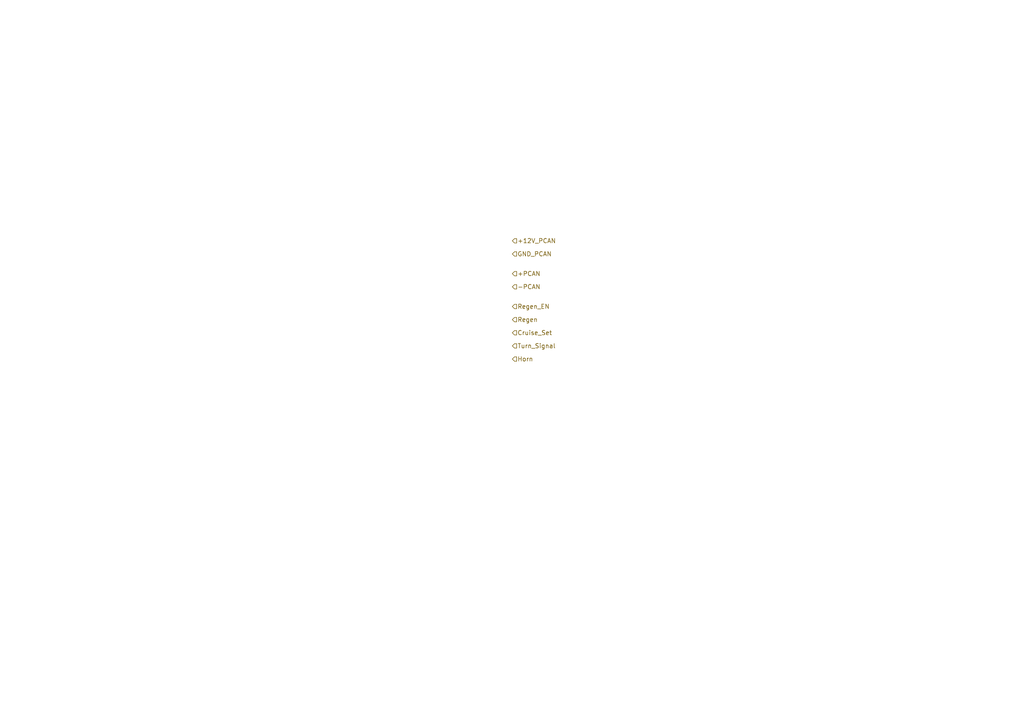
<source format=kicad_sch>
(kicad_sch
	(version 20250114)
	(generator "eeschema")
	(generator_version "9.0")
	(uuid "e9c1d480-93fc-44af-973c-955af5a4e421")
	(paper "A4")
	(lib_symbols)
	(hierarchical_label "GND_PCAN"
		(shape input)
		(at 148.59 73.66 0)
		(effects
			(font
				(size 1.27 1.27)
			)
			(justify left)
		)
		(uuid "04ac43a6-8e35-4bf5-b3d0-eed03c82b9c7")
	)
	(hierarchical_label "+PCAN"
		(shape input)
		(at 148.59 79.375 0)
		(effects
			(font
				(size 1.27 1.27)
			)
			(justify left)
		)
		(uuid "08002938-46b5-40f9-ae5c-31b1f8fa11f2")
	)
	(hierarchical_label "Regen"
		(shape input)
		(at 148.59 92.71 0)
		(effects
			(font
				(size 1.27 1.27)
			)
			(justify left)
		)
		(uuid "088c9d09-55d1-4bae-ae18-317e867e407d")
	)
	(hierarchical_label "Horn"
		(shape input)
		(at 148.59 104.14 0)
		(effects
			(font
				(size 1.27 1.27)
			)
			(justify left)
		)
		(uuid "0f7ea8f2-5d82-4f16-84e9-76e899d71caf")
	)
	(hierarchical_label "-PCAN"
		(shape input)
		(at 148.59 83.185 0)
		(effects
			(font
				(size 1.27 1.27)
			)
			(justify left)
		)
		(uuid "579076eb-9f7f-4b37-8027-a965b77355ce")
	)
	(hierarchical_label "+12V_PCAN"
		(shape input)
		(at 148.59 69.85 0)
		(effects
			(font
				(size 1.27 1.27)
			)
			(justify left)
		)
		(uuid "7bee470b-b1de-42eb-9a30-e3d64b4b517f")
	)
	(hierarchical_label "Cruise_Set"
		(shape input)
		(at 148.59 96.52 0)
		(effects
			(font
				(size 1.27 1.27)
			)
			(justify left)
		)
		(uuid "a3aa848c-f31c-4d51-ba07-2e1826c57af0")
	)
	(hierarchical_label "Regen_EN"
		(shape input)
		(at 148.59 88.9 0)
		(effects
			(font
				(size 1.27 1.27)
			)
			(justify left)
		)
		(uuid "a88024f5-7efc-4a91-b2b2-0c3393c54f2c")
	)
	(hierarchical_label "Turn_Signal"
		(shape input)
		(at 148.59 100.33 0)
		(effects
			(font
				(size 1.27 1.27)
			)
			(justify left)
		)
		(uuid "d0d37948-8478-4a1d-a1b6-3aa1a81a29d6")
	)
)

</source>
